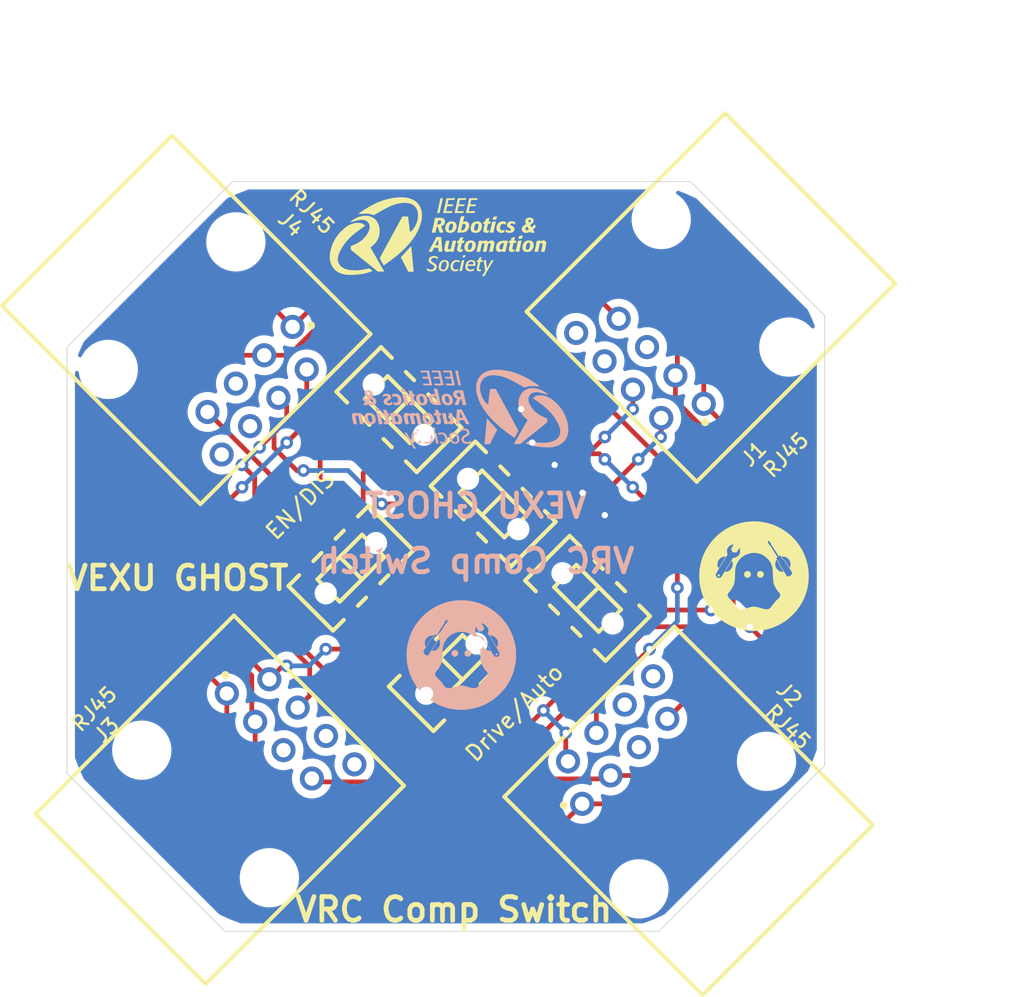
<source format=kicad_pcb>
(kicad_pcb (version 20241229) (generator "pcbnew") (generator_version "9.0")
  (layers (0 "F.Cu" signal "TopLayer") (2 "B.Cu" signal "BottomLayer") (13 "F.Paste" user "TopPasteMaskLayer") (15 "B.Paste" user "BottomPasteMaskLayer") (5 "F.SilkS" user "TopSilkLayer") (7 "B.SilkS" user "BottomSilkLayer") (1 "F.Mask" user "TopSolderMaskLayer") (3 "B.Mask" user "BottomSolderMaskLayer") (25 "Edge.Cuts" user "BoardOutLine"))
  (net 0 "")
  (net 1 "Net-(J1-Pad7)")
  (net 2 "Net-(J1-Pad4)")
  (net 6 "Net-(J1-Pad3)")
  (net 7 "Net-(J1-Pad2)")
  (net 8 "Net-(J1-Pad1)")
  (net 9 "GND")
  (footprint "ghost:SW-SMD_MS-22D28-G020" (layer "F.Cu") (at 168.475457 89.407817 -45)
    (property "Reference" "SW5" (hide yes))
    (property "Value" "Pin1" (hide yes))
    (pad "" np_thru_hole circle (at -2.249901 0 315) (size 0.9 0.9) (drill 0.9) (layers "*.Cu" "*.Mask"))
    (pad "" np_thru_hole circle (at 2.249901 0 315) (size 0.9 0.9) (drill 0.9) (layers "*.Cu" "*.Mask"))
    (pad "1" smd rect (at -2 -3 45) (size 2 0.8) (layers "F.Cu" "F.Mask" "F.Paste"))
    (pad "2" smd rect (at 0 -3 45) (size 2 0.8) (layers "F.Cu" "F.Mask" "F.Paste") (net 9 "GND"))
    (pad "3" smd rect (at 2 -3 45) (size 2 0.8) (layers "F.Cu" "F.Mask" "F.Paste") (net 8 "Net-(J1-Pad1)"))
    (pad "4" smd rect (at -2 3 45) (size 2 0.8) (layers "F.Cu" "F.Mask" "F.Paste"))
    (pad "5" smd rect (at 0 3 45) (size 2 0.8) (layers "F.Cu" "F.Mask" "F.Paste"))
    (pad "6" smd rect (at 2 3 45) (size 2 0.8) (layers "F.Cu" "F.Mask" "F.Paste"))
  )
  (footprint "ghost:SW-SMD_MS-22D28-G020" (layer "F.Cu") (at 153.481894 87.495871 45)
    (property "Reference" "SW2" (hide yes))
    (property "Value" "Enable/Disable" (hide yes))
    (pad "" np_thru_hole circle (at -2.249901 0 45) (size 0.9 0.9) (drill 0.9) (layers "*.Cu" "*.Mask"))
    (pad "" np_thru_hole circle (at 2.249901 0 45) (size 0.9 0.9) (drill 0.9) (layers "*.Cu" "*.Mask"))
    (pad "1" smd rect (at -2 -3 135) (size 2 0.8) (layers "F.Cu" "F.Mask" "F.Paste"))
    (pad "2" smd rect (at 0 -3 135) (size 2 0.8) (layers "F.Cu" "F.Mask" "F.Paste") (net 9 "GND"))
    (pad "3" smd rect (at 2 -3 135) (size 2 0.8) (layers "F.Cu" "F.Mask" "F.Paste") (net 6 "Net-(J1-Pad3)"))
    (pad "4" smd rect (at -2 3 135) (size 2 0.8) (layers "F.Cu" "F.Mask" "F.Paste"))
    (pad "5" smd rect (at 0 3 135) (size 2 0.8) (layers "F.Cu" "F.Mask" "F.Paste"))
    (pad "6" smd rect (at 2 3 135) (size 2 0.8) (layers "F.Cu" "F.Mask" "F.Paste"))
  )
  (footprint "ghost:SW-SMD_MS-22D28-G020" (layer "F.Cu") (at 162.497577 83.429936 -45)
    (property "Reference" "SW4" (hide yes))
    (property "Value" "Pin4" (hide yes))
    (pad "" np_thru_hole circle (at -2.249901 0 315) (size 0.9 0.9) (drill 0.9) (layers "*.Cu" "*.Mask"))
    (pad "" np_thru_hole circle (at 2.249901 0 315) (size 0.9 0.9) (drill 0.9) (layers "*.Cu" "*.Mask"))
    (pad "1" smd rect (at -2 -3 45) (size 2 0.8) (layers "F.Cu" "F.Mask" "F.Paste"))
    (pad "2" smd rect (at 0 -3 45) (size 2 0.8) (layers "F.Cu" "F.Mask" "F.Paste") (net 9 "GND"))
    (pad "3" smd rect (at 2 -3 45) (size 2 0.8) (layers "F.Cu" "F.Mask" "F.Paste") (net 2 "Net-(J1-Pad4)"))
    (pad "4" smd rect (at -2 3 45) (size 2 0.8) (layers "F.Cu" "F.Mask" "F.Paste"))
    (pad "5" smd rect (at 0 3 45) (size 2 0.8) (layers "F.Cu" "F.Mask" "F.Paste"))
    (pad "6" smd rect (at 2 3 45) (size 2 0.8) (layers "F.Cu" "F.Mask" "F.Paste"))
  )
  (footprint "ghost:RJ45-TH_RC0139" (layer "F.Cu") (at 170.381817 98.385244 -135)
    (property "Reference" "J2" (at -10.255472 -4.760907 315) (layer "F.SilkS") (effects (font (size 0.9144 0.9144) (thickness 0.1524)) (justify left top)))
    (property "Value" "RJ45" (at -8.755472 -5.260906 315) (layer "F.SilkS") (effects (font (size 0.9144 0.9144) (thickness 0.1524)) (justify left top)))
    (pad "" np_thru_hole circle (at -5.715 -7.62 225) (size 3.25 3.25) (drill 3.25) (layers "*.Cu" "*.Mask"))
    (pad "" np_thru_hole circle (at 5.715 -7.62 225) (size 3.25 3.25) (drill 3.25) (layers "*.Cu" "*.Mask"))
    (pad "1" thru_hole oval (at 4.4453 -1.27 225) (size 1.524 1.524) (drill 0.9144) (layers "*.Cu" "*.Mask") (net 8 "Net-(J1-Pad1)"))
    (pad "2" thru_hole oval (at 3.1753 1.27 225) (size 1.524 1.524) (drill 0.9144) (layers "*.Cu" "*.Mask") (net 7 "Net-(J1-Pad2)"))
    (pad "3" thru_hole oval (at 1.905 -1.27 225) (size 1.524 1.524) (drill 0.9144) (layers "*.Cu" "*.Mask") (net 6 "Net-(J1-Pad3)"))
    (pad "4" thru_hole oval (at 0.635 1.27 225) (size 1.524 1.524) (drill 0.9144) (layers "*.Cu" "*.Mask") (net 2 "Net-(J1-Pad4)"))
    (pad "5" thru_hole oval (at -0.635 -1.27 225) (size 1.524 1.524) (drill 0.9144) (layers "*.Cu" "*.Mask"))
    (pad "6" thru_hole oval (at -1.905 1.27 225) (size 1.524 1.524) (drill 0.9144) (layers "*.Cu" "*.Mask"))
    (pad "7" thru_hole oval (at -3.1753 -1.27 225) (size 1.524 1.524) (drill 0.9144) (layers "*.Cu" "*.Mask") (net 1 "Net-(J1-Pad7)"))
    (pad "8" thru_hole oval (at -4.4453 1.27 225) (size 1.524 1.524) (drill 0.9144) (layers "*.Cu" "*.Mask"))
  )
  (footprint "ghost:ghost" (layer "F.Cu") (at 179 88)
    (property "Reference" "G***" (hide yes))
    (property "Value" "LOGO" (hide yes))
  )
  (footprint "ghost:RJ45-TH_RC0139" (layer "F.Cu") (at 171.796031 74.838589 -45)
    (property "Reference" "J1" (at 8.390091 -0.383646 45) (layer "F.SilkS") (effects (font (size 0.9144 0.9144) (thickness 0.1524)) (justify left top)))
    (property "Value" "RJ45" (at 9.89009 -0.883646 45) (layer "F.SilkS") (effects (font (size 0.9144 0.9144) (thickness 0.1524)) (justify left top)))
    (pad "" np_thru_hole circle (at -5.715 -7.62 315) (size 3.25 3.25) (drill 3.25) (layers "*.Cu" "*.Mask"))
    (pad "" np_thru_hole circle (at 5.715 -7.62 315) (size 3.25 3.25) (drill 3.25) (layers "*.Cu" "*.Mask"))
    (pad "1" thru_hole oval (at 4.4453 -1.27 315) (size 1.524 1.524) (drill 0.9144) (layers "*.Cu" "*.Mask") (net 8 "Net-(J1-Pad1)"))
    (pad "2" thru_hole oval (at 3.1753 1.27 315) (size 1.524 1.524) (drill 0.9144) (layers "*.Cu" "*.Mask") (net 7 "Net-(J1-Pad2)"))
    (pad "3" thru_hole oval (at 1.905 -1.27 315) (size 1.524 1.524) (drill 0.9144) (layers "*.Cu" "*.Mask") (net 6 "Net-(J1-Pad3)"))
    (pad "4" thru_hole oval (at 0.635 1.27 315) (size 1.524 1.524) (drill 0.9144) (layers "*.Cu" "*.Mask") (net 2 "Net-(J1-Pad4)"))
    (pad "5" thru_hole oval (at -0.635 -1.27 315) (size 1.524 1.524) (drill 0.9144) (layers "*.Cu" "*.Mask"))
    (pad "6" thru_hole oval (at -1.905 1.27 315) (size 1.524 1.524) (drill 0.9144) (layers "*.Cu" "*.Mask"))
    (pad "7" thru_hole oval (at -3.1753 -1.27 315) (size 1.524 1.524) (drill 0.9144) (layers "*.Cu" "*.Mask") (net 1 "Net-(J1-Pad7)"))
    (pad "8" thru_hole oval (at -4.4453 1.27 315) (size 1.524 1.524) (drill 0.9144) (layers "*.Cu" "*.Mask"))
  )
  (footprint "ghost:SW-SMD_MS-22D28-G020" (layer "F.Cu") (at 156.519696 77.452055 -45)
    (property "Reference" "SW3" (hide yes))
    (property "Value" "Pin7" (hide yes))
    (pad "" np_thru_hole circle (at -2.249901 0 315) (size 0.9 0.9) (drill 0.9) (layers "*.Cu" "*.Mask"))
    (pad "" np_thru_hole circle (at 2.249901 0 315) (size 0.9 0.9) (drill 0.9) (layers "*.Cu" "*.Mask"))
    (pad "1" smd rect (at -2 -3 45) (size 2 0.8) (layers "F.Cu" "F.Mask" "F.Paste"))
    (pad "2" smd rect (at 0 -3 45) (size 2 0.8) (layers "F.Cu" "F.Mask" "F.Paste") (net 9 "GND"))
    (pad "3" smd rect (at 2 -3 45) (size 2 0.8) (layers "F.Cu" "F.Mask" "F.Paste") (net 1 "Net-(J1-Pad7)"))
    (pad "4" smd rect (at -2 3 45) (size 2 0.8) (layers "F.Cu" "F.Mask" "F.Paste"))
    (pad "5" smd rect (at 0 3 45) (size 2 0.8) (layers "F.Cu" "F.Mask" "F.Paste"))
    (pad "6" smd rect (at 2 3 45) (size 2 0.8) (layers "F.Cu" "F.Mask" "F.Paste"))
  )
  (footprint "ghost:RJ45-TH_RC0139" (layer "F.Cu") (at 147.542268 76.252802 45)
    (property "Reference" "J4" (at 9.5 -6.85 135) (layer "F.SilkS") (effects (font (size 0.9144 0.9144) (thickness 0.1524)) (justify left top)))
    (property "Value" "RJ45" (at 11 -7.35 135) (layer "F.SilkS") (effects (font (size 0.9144 0.9144) (thickness 0.1524)) (justify left top)))
    (pad "" np_thru_hole circle (at -5.715 -7.62 45) (size 3.25 3.25) (drill 3.25) (layers "*.Cu" "*.Mask"))
    (pad "" np_thru_hole circle (at 5.715 -7.62 45) (size 3.25 3.25) (drill 3.25) (layers "*.Cu" "*.Mask"))
    (pad "1" thru_hole oval (at 4.4453 -1.27 45) (size 1.524 1.524) (drill 0.9144) (layers "*.Cu" "*.Mask") (net 8 "Net-(J1-Pad1)"))
    (pad "2" thru_hole oval (at 3.1753 1.27 45) (size 1.524 1.524) (drill 0.9144) (layers "*.Cu" "*.Mask") (net 7 "Net-(J1-Pad2)"))
    (pad "3" thru_hole oval (at 1.905 -1.27 45) (size 1.524 1.524) (drill 0.9144) (layers "*.Cu" "*.Mask") (net 6 "Net-(J1-Pad3)"))
    (pad "4" thru_hole oval (at 0.635 1.27 45) (size 1.524 1.524) (drill 0.9144) (layers "*.Cu" "*.Mask") (net 2 "Net-(J1-Pad4)"))
    (pad "5" thru_hole oval (at -0.635 -1.27 45) (size 1.524 1.524) (drill 0.9144) (layers "*.Cu" "*.Mask"))
    (pad "6" thru_hole oval (at -1.905 1.27 45) (size 1.524 1.524) (drill 0.9144) (layers "*.Cu" "*.Mask"))
    (pad "7" thru_hole oval (at -3.1753 -1.27 45) (size 1.524 1.524) (drill 0.9144) (layers "*.Cu" "*.Mask") (net 1 "Net-(J1-Pad7)"))
    (pad "8" thru_hole oval (at -4.4453 1.27 45) (size 1.524 1.524) (drill 0.9144) (layers "*.Cu" "*.Mask"))
  )
  (footprint "ghost:SW-SMD_MS-22D28-G020" (layer "F.Cu") (at 159.845856 93.859832 -135)
    (property "Reference" "SW1" (hide yes))
    (property "Value" "Driver/Auton" (hide yes))
    (pad "" np_thru_hole circle (at -2.249901 0 225) (size 0.9 0.9) (drill 0.9) (layers "*.Cu" "*.Mask"))
    (pad "" np_thru_hole circle (at 2.249901 0 225) (size 0.9 0.9) (drill 0.9) (layers "*.Cu" "*.Mask"))
    (pad "1" smd rect (at -2 -3 315) (size 2 0.8) (layers "F.Cu" "F.Mask" "F.Paste"))
    (pad "2" smd rect (at 0 -3 315) (size 2 0.8) (layers "F.Cu" "F.Mask" "F.Paste") (net 9 "GND"))
    (pad "3" smd rect (at 2 -3 315) (size 2 0.8) (layers "F.Cu" "F.Mask" "F.Paste") (net 7 "Net-(J1-Pad2)"))
    (pad "4" smd rect (at -2 3 315) (size 2 0.8) (layers "F.Cu" "F.Mask" "F.Paste"))
    (pad "5" smd rect (at 0 3 315) (size 2 0.8) (layers "F.Cu" "F.Mask" "F.Paste"))
    (pad "6" smd rect (at 2 3 315) (size 2 0.8) (layers "F.Cu" "F.Mask" "F.Paste"))
  )
  (footprint "ghost:RJ45-TH_RC0139" (layer "F.Cu") (at 149.663589 97.678138 135)
    (property "Reference" "J3" (at 8.726919 -9.1821 225) (layer "F.SilkS") (effects (font (size 0.9144 0.9144) (thickness 0.1524)) (justify left top)))
    (property "Value" "RJ45" (at 10.226919 -9.6821 225) (layer "F.SilkS") (effects (font (size 0.9144 0.9144) (thickness 0.1524)) (justify left top)))
    (pad "" np_thru_hole circle (at -5.715 -7.62 135) (size 3.25 3.25) (drill 3.25) (layers "*.Cu" "*.Mask"))
    (pad "" np_thru_hole circle (at 5.715 -7.62 135) (size 3.25 3.25) (drill 3.25) (layers "*.Cu" "*.Mask"))
    (pad "1" thru_hole oval (at 4.4453 -1.27 135) (size 1.524 1.524) (drill 0.9144) (layers "*.Cu" "*.Mask") (net 8 "Net-(J1-Pad1)"))
    (pad "2" thru_hole oval (at 3.1753 1.27 135) (size 1.524 1.524) (drill 0.9144) (layers "*.Cu" "*.Mask") (net 7 "Net-(J1-Pad2)"))
    (pad "3" thru_hole oval (at 1.905 -1.27 135) (size 1.524 1.524) (drill 0.9144) (layers "*.Cu" "*.Mask") (net 6 "Net-(J1-Pad3)"))
    (pad "4" thru_hole oval (at 0.635 1.27 135) (size 1.524 1.524) (drill 0.9144) (layers "*.Cu" "*.Mask") (net 2 "Net-(J1-Pad4)"))
    (pad "5" thru_hole oval (at -0.635 -1.27 135) (size 1.524 1.524) (drill 0.9144) (layers "*.Cu" "*.Mask"))
    (pad "6" thru_hole oval (at -1.905 1.27 135) (size 1.524 1.524) (drill 0.9144) (layers "*.Cu" "*.Mask"))
    (pad "7" thru_hole oval (at -3.1753 -1.27 135) (size 1.524 1.524) (drill 0.9144) (layers "*.Cu" "*.Mask") (net 1 "Net-(J1-Pad7)"))
    (pad "8" thru_hole oval (at -4.4453 1.27 135) (size 1.524 1.524) (drill 0.9144) (layers "*.Cu" "*.Mask"))
  )
  (footprint "ghost:ieee" (layer "F.Cu") (at 159 66.5)
    (property "Reference" "G***" (hide yes))
    (property "Value" "LOGO" (hide yes))
  )
  (footprint "ghost:ieee" (layer "B.Cu") (at 160.402682 77.423017 180)
    (property "Reference" "G***" (hide yes))
    (property "Value" "LOGO" (hide yes))
  )
  (footprint "ghost:ghost" (layer "B.Cu") (at 160.5 93 180)
    (property "Reference" "G***" (hide yes))
    (property "Value" "LOGO" (hide yes))
  )
  (gr_line (start 183.5 71.5) (end 175 63) (stroke (width 0.05)) (layer "Edge.Cuts"))
  (gr_line (start 135.5 73.5) (end 135.5 100.5) (stroke (width 0.05)) (layer "Edge.Cuts"))
  (gr_line (start 145.5 110.5) (end 173 110.5) (stroke (width 0.05)) (layer "Edge.Cuts"))
  (gr_line (start 135.5 100.5) (end 145.5 110.5) (stroke (width 0.05)) (layer "Edge.Cuts"))
  (gr_line (start 173 110.5) (end 183.5 100) (stroke (width 0.05)) (layer "Edge.Cuts"))
  (gr_line (start 183.5 100) (end 183.5 71.5) (stroke (width 0.05)) (layer "Edge.Cuts"))
  (gr_line (start 146 63) (end 135.5 73.5) (stroke (width 0.05)) (layer "Edge.Cuts"))
  (gr_line (start 175 63) (end 146 63) (stroke (width 0.05)) (layer "Edge.Cuts"))
  (gr_text "EN/DIS\n" (at 148.708994 85.90481 45) (layer "F.SilkS") (effects (font (size 1 1)) (justify left bottom)))
  (gr_text "VEXU GHOST" (at 142.5 89 0) (layer "F.SilkS") (effects (font (size 1.5 1.5) (thickness 0.3) (bold yes)) (justify bottom)))
  (gr_text "Drive/Auto\n\n" (at 162.497577 101.107605 45) (layer "F.SilkS") (effects (font (size 1 1)) (justify left bottom)))
  (gr_text "VRC Comp Switch" (at 160 110 0) (layer "F.SilkS") (effects (font (size 1.5 1.5) (thickness 0.3) (bold yes)) (justify bottom)))
  (gr_text "VEXU GHOST" (at 161.402681 84.423017 0) (layer "B.SilkS") (effects (font (size 1.5 1.5) (thickness 0.3) (bold yes)) (justify bottom mirror)))
  (gr_text "VRC Comp Switch" (at 161.402681 87.923018 0) (layer "B.SilkS") (effects (font (size 1.5 1.5) (thickness 0.3) (bold yes)) (justify bottom mirror)))
  (segment (start 177.08716 91.208111) (end 177.08716 84.58449) (width 0.3) (layer "F.Cu") (net 1))
  (segment (start 151.225814 101.036414) (end 151.010839 100.821439) (width 0.3) (layer "F.Cu") (net 1))
  (segment (start 167.800878 75.298208) (end 161.50197 75.298208) (width 0.3) (layer "F.Cu") (net 1))
  (segment (start 169.488034 70.734541) (end 170.44878 71.695287) (width 0.3) (layer "F.Cu") (net 1))
  (segment (start 148.355441 81.556527) (end 148.355441 90.501004) (width 0.3) (layer "F.Cu") (net 1))
  (segment (start 157.547829 99.693392) (end 163.91179 99.693392) (width 0.3) (layer "F.Cu") (net 1))
  (segment (start 161.11589 75.684288) (end 160.05523 76.744948) (width 0.3) (layer "F.Cu") (net 1))
  (segment (start 148.355441 90.501004) (end 157.547829 99.693392) (width 0.3) (layer "F.Cu") (net 1))
  (segment (start 173.525119 97.037994) (end 177.08716 93.475953) (width 0.3) (layer "F.Cu") (net 1))
  (segment (start 177.08716 93.475953) (end 177.08716 91.208111) (width 0.3) (layer "F.Cu") (net 1))
  (segment (start 161.50197 75.298208) (end 161.11589 75.684288) (width 0.3) (layer "F.Cu") (net 1))
  (segment (start 163.91179 99.693392) (end 172.397072 91.208111) (width 0.3) (layer "F.Cu") (net 1))
  (segment (start 172.397072 91.208111) (end 177.08716 91.208111) (width 0.3) (layer "F.Cu") (net 1))
  (segment (start 166.065637 70.734541) (end 169.488034 70.734541) (width 0.3) (layer "F.Cu") (net 1))
  (segment (start 177.08716 84.58449) (end 167.800878 75.298208) (width 0.3) (layer "F.Cu") (net 1))
  (segment (start 156.204807 101.036414) (end 151.225814 101.036414) (width 0.3) (layer "F.Cu") (net 1))
  (segment (start 157.547829 99.693392) (end 156.204807 101.036414) (width 0.3) (layer "F.Cu") (net 1))
  (segment (start 166.065637 70.734541) (end 161.11589 75.684288) (width 0.3) (layer "F.Cu") (net 1))
  (segment (start 144.398966 77.600053) (end 148.355441 81.556527) (width 0.3) (layer "F.Cu") (net 1))
  (segment (start 168.507984 80.247955) (end 166.033111 82.722829) (width 0.3) (layer "F.Cu") (net 2))
  (segment (start 156.840722 83.429936) (end 161.79047 78.480189) (width 0.3) (layer "F.Cu") (net 2))
  (segment (start 174.164839 85.197703) (end 171.336411 82.369276) (width 0.3) (layer "F.Cu") (net 2))
  (segment (start 169.034779 95.984617) (end 172.397072 92.622324) (width 0.3) (layer "F.Cu") (net 2))
  (segment (start 150.112601 96.331099) (end 150.217102 96.226599) (width 0.3) (layer "F.Cu") (net 2))
  (segment (start 147.388675 90.242758) (end 147.388675 81.756063) (width 0.3) (layer "F.Cu") (net 2))
  (segment (start 150.874601 93.728685) (end 147.388675 90.242758) (width 0.3) (layer "F.Cu") (net 2))
  (segment (start 149.416101 77.228609) (end 148.889307 76.701815) (width 0.3) (layer "F.Cu") (net 2))
  (segment (start 171.336411 77.419528) (end 171.347018 77.408922) (width 0.3) (layer "F.Cu") (net 2))
  (segment (start 150.051083 81.308616) (end 150.476761 81.308616) (width 0.3) (layer "F.Cu") (net 2))
  (segment (start 147.701155 79.841581) (end 148.615101 78.927636) (width 0.3) (layer "F.Cu") (net 2))
  (segment (start 150.874601 95.5691) (end 150.874601 93.728685) (width 0.3) (layer "F.Cu") (net 2))
  (segment (start 166.740217 78.480189) (end 168.507984 80.247955) (width 0.3) (layer "F.Cu") (net 2))
  (segment (start 169.034779 97.936232) (end 169.034779 95.984617) (width 0.3) (layer "F.Cu") (net 2))
  (segment (start 147.388675 81.756063) (end 146.587674 80.955062) (width 0.3) (layer "F.Cu") (net 2))
  (segment (start 174.164839 88.733237) (end 174.164839 85.197703) (width 0.3) (layer "F.Cu") (net 2))
  (segment (start 169.568644 79.187295) (end 168.507984 80.247955) (width 0.3) (layer "F.Cu") (net 2))
  (segment (start 171.347018 77.408922) (end 171.347018 76.185627) (width 0.3) (layer "F.Cu") (net 2))
  (segment (start 148.615101 78.927636) (end 148.615101 79.872633) (width 0.3) (layer "F.Cu") (net 2))
  (segment (start 149.416101 78.126635) (end 149.416101 77.228609) (width 0.3) (layer "F.Cu") (net 2))
  (segment (start 169.568644 80.601509) (end 169.215091 80.247955) (width 0.3) (layer "F.Cu") (net 2))
  (segment (start 161.79047 78.480189) (end 166.740217 78.480189) (width 0.3) (layer "F.Cu") (net 2))
  (segment (start 169.215091 80.247955) (end 168.507984 80.247955) (width 0.3) (layer "F.Cu") (net 2))
  (segment (start 155.426509 83.429936) (end 156.840722 83.429936) (width 0.3) (layer "F.Cu") (net 2))
  (segment (start 149.416101 78.126635) (end 148.615101 78.927636) (width 0.3) (layer "F.Cu") (net 2))
  (segment (start 148.615101 79.872633) (end 150.051083 81.308616) (width 0.3) (layer "F.Cu") (net 2))
  (segment (start 150.112601 96.331099) (end 150.874601 95.5691) (width 0.3) (layer "F.Cu") (net 2))
  (via (at 172.397072 92.622324) (size 0.8) (drill 0.4) (layers "F.Cu" "B.Cu") (net 2))
  (via (at 169.568644 80.601509) (size 0.8) (drill 0.4) (layers "F.Cu" "B.Cu") (net 2))
  (via (at 169.568644 79.187295) (size 0.8) (drill 0.4) (layers "F.Cu" "B.Cu") (net 2))
  (via (at 155.426509 83.429936) (size 0.8) (drill 0.4) (layers "F.Cu" "B.Cu") (net 2))
  (via (at 174.164839 88.733237) (size 0.8) (drill 0.4) (layers "F.Cu" "B.Cu") (net 2))
  (via (at 147.701155 79.841581) (size 0.8) (drill 0.4) (layers "F.Cu" "B.Cu") (net 2))
  (via (at 171.336411 77.419528) (size 0.8) (drill 0.4) (layers "F.Cu" "B.Cu") (net 2))
  (via (at 146.587674 80.955062) (size 0.8) (drill 0.4) (layers "F.Cu" "B.Cu") (net 2))
  (via (at 150.476761 81.308616) (size 0.8) (drill 0.4) (layers "F.Cu" "B.Cu") (net 2))
  (via (at 171.336411 82.369276) (size 0.8) (drill 0.4) (layers "F.Cu" "B.Cu") (net 2))
  (segment (start 146.587674 80.955062) (end 147.701155 79.841581) (width 0.3) (layer "B.Cu") (net 2))
  (segment (start 174.164839 90.854557) (end 174.164839 88.733237) (width 0.3) (layer "B.Cu") (net 2))
  (segment (start 153.305189 81.308616) (end 155.426509 83.429936) (width 0.3) (layer "B.Cu") (net 2))
  (segment (start 171.336411 82.369276) (end 169.568644 80.601509) (width 0.3) (layer "B.Cu") (net 2))
  (segment (start 171.336411 77.419528) (end 169.568644 79.187295) (width 0.3) (layer "B.Cu") (net 2))
  (segment (start 150.476761 81.308616) (end 153.305189 81.308616) (width 0.3) (layer "B.Cu") (net 2))
  (segment (start 172.397072 92.622324) (end 174.164839 90.854557) (width 0.3) (layer "B.Cu") (net 2))
  (segment (start 158.608489 69.641354) (end 151.537422 76.712422) (width 0.3) (layer "F.Cu") (net 6))
  (segment (start 160.022703 104.289586) (end 150.123208 104.289586) (width 0.3) (layer "F.Cu") (net 6))
  (segment (start 147.418525 101.584903) (end 147.418525 97.229125) (width 0.3) (layer "F.Cu") (net 6))
  (segment (start 145.756824 74.007738) (end 147.991281 74.007738) (width 0.3) (layer "F.Cu") (net 6))
  (segment (start 158.608489 67.873587) (end 158.608489 69.641354) (width 0.3) (layer "F.Cu") (net 6))
  (segment (start 174.164839 72.469781) (end 174.164839 75.163858) (width 0.3) (layer "F.Cu") (net 6))
  (segment (start 149.565301 74.007738) (end 147.991281 74.007738) (width 0.3) (layer "F.Cu") (net 6))
  (segment (start 139.87016 86.96547) (end 139.87016 79.894402) (width 0.3) (layer "F.Cu") (net 6))
  (segment (start 158.608489 67.873587) (end 169.568644 67.873587) (width 0.3) (layer "F.Cu") (net 6))
  (segment (start 155.699452 67.873587) (end 149.565301 74.007738) (width 0.3) (layer "F.Cu") (net 6))
  (segment (start 147.418525 97.229125) (end 147.203338 97.013938) (width 0.3) (layer "F.Cu") (net 6))
  (segment (start 150.123208 104.289586) (end 147.418525 101.584903) (width 0.3) (layer "F.Cu") (net 6))
  (segment (start 147.203338 97.013938) (end 147.203338 94.298648) (width 0.3) (layer "F.Cu") (net 6))
  (segment (start 169.932804 100.630308) (end 169.717618 100.845495) (width 0.3) (layer "F.Cu") (net 6))
  (segment (start 172.874369 100.630308) (end 169.932804 100.630308) (width 0.3) (layer "F.Cu") (net 6))
  (segment (start 177.700372 80.520899) (end 174.041095 76.861621) (width 0.3) (layer "F.Cu") (net 6))
  (segment (start 174.164839 75.163858) (end 174.041095 75.287601) (width 0.3) (layer "F.Cu") (net 6))
  (segment (start 163.466794 100.845495) (end 160.022703 104.289586) (width 0.3) (layer "F.Cu") (net 6))
  (segment (start 174.041095 76.861621) (end 174.041095 75.287601) (width 0.3) (layer "F.Cu") (net 6))
  (segment (start 147.203338 94.298648) (end 139.87016 86.96547) (width 0.3) (layer "F.Cu") (net 6))
  (segment (start 177.700372 95.804305) (end 172.874369 100.630308) (width 0.3) (layer "F.Cu") (net 6))
  (segment (start 151.537422 76.712422) (end 151.537422 82.722971) (width 0.3) (layer "F.Cu") (net 6))
  (segment (start 158.608489 67.873587) (end 155.699452 67.873587) (width 0.3) (layer "F.Cu") (net 6))
  (segment (start 151.537422 82.722971) (end 152.774788 83.960337) (width 0.3) (layer "F.Cu") (net 6))
  (segment (start 169.717618 100.845495) (end 163.466794 100.845495) (width 0.3) (layer "F.Cu") (net 6))
  (segment (start 169.568644 67.873587) (end 174.164839 72.469781) (width 0.3) (layer "F.Cu") (net 6))
  (segment (start 177.700372 95.804305) (end 177.700372 80.520899) (width 0.3) (layer "F.Cu") (net 6))
  (segment (start 139.87016 79.894402) (end 145.756824 74.007738) (width 0.3) (layer "F.Cu") (net 6))
  (segment (start 166.386664 94.390091) (end 163.558237 91.561664) (width 0.3) (layer "F.Cu") (net 7))
  (segment (start 149.16819 93.682984) (end 149.416101 93.682984) (width 0.3) (layer "F.Cu") (net 7))
  (segment (start 148.316338 94.534836) (end 144.819907 91.038405) (width 0.3) (layer "F.Cu") (net 7))
  (segment (start 164.265344 97.925625) (end 165.679557 96.511411) (width 0.3) (layer "F.Cu") (net 7))
  (segment (start 167.093771 99.58775) (end 167.093771 97.925625) (width 0.3) (layer "F.Cu") (net 7))
  (segment (start 150.68557 78.27138) (end 150.68557 74.905552) (width 0.3) (layer "F.Cu") (net 7))
  (segment (start 167.238515 99.732495) (end 167.093771 99.58775) (width 0.3) (layer "F.Cu") (net 7))
  (segment (start 163.558237 88.733237) (end 171.689965 80.601509) (width 0.3) (layer "F.Cu") (net 7))
  (segment (start 160.552962 97.395366) (end 161.083222 97.925625) (width 0.3) (layer "F.Cu") (net 7))
  (segment (start 144.819907 91.038405) (end 144.819907 84.137043) (width 0.3) (layer "F.Cu") (net 7))
  (segment (start 152.951635 92.622324) (end 158.254936 97.925625) (width 0.3) (layer "F.Cu") (net 7))
  (segment (start 161.083222 97.925625) (end 164.265344 97.925625) (width 0.3) (layer "F.Cu") (net 7))
  (segment (start 163.558237 91.561664) (end 163.558237 88.733237) (width 0.3) (layer "F.Cu") (net 7))
  (segment (start 144.819907 84.137043) (end 146.587674 82.369276) (width 0.3) (layer "F.Cu") (net 7))
  (segment (start 160.552962 97.395366) (end 160.022703 97.925625) (width 0.3) (layer "F.Cu") (net 7))
  (segment (start 166.386664 95.804305) (end 166.386664 94.390091) (width 0.3) (layer "F.Cu") (net 7))
  (segment (start 160.022703 97.925625) (end 158.254936 97.925625) (width 0.3) (layer "F.Cu") (net 7))
  (segment (start 173.143281 79.148192) (end 173.143281 77.98189) (width 0.3) (layer "F.Cu") (net 7))
  (segment (start 149.416101 79.540849) (end 150.68557 78.27138) (width 0.3) (layer "F.Cu") (net 7))
  (segment (start 151.890975 92.622324) (end 152.951635 92.622324) (width 0.3) (layer "F.Cu") (net 7))
  (segment (start 148.316338 94.534836) (end 149.16819 93.682984) (width 0.3) (layer "F.Cu") (net 7))
  (segment (start 173.104178 79.187295) (end 173.143281 79.148192) (width 0.3) (layer "F.Cu") (net 7))
  (segment (start 165.679557 96.511411) (end 166.386664 95.804305) (width 0.3) (layer "F.Cu") (net 7))
  (via (at 173.104178 79.187295) (size 0.8) (drill 0.4) (layers "F.Cu" "B.Cu") (net 7))
  (via (at 151.890975 92.622324) (size 0.8) (drill 0.4) (layers "F.Cu" "B.Cu") (net 7))
  (via (at 165.679557 96.511411) (size 0.8) (drill 0.4) (layers "F.Cu" "B.Cu") (net 7))
  (via (at 167.093771 97.925625) (size 0.8) (drill 0.4) (layers "F.Cu" "B.Cu") (net 7))
  (via (at 171.689965 80.601509) (size 0.8) (drill 0.4) (layers "F.Cu" "B.Cu") (net 7))
  (via (at 149.416101 79.540849) (size 0.8) (drill 0.4) (layers "F.Cu" "B.Cu") (net 7))
  (via (at 149.416101 93.682984) (size 0.8) (drill 0.4) (layers "F.Cu" "B.Cu") (net 7))
  (via (at 146.587674 82.369276) (size 0.8) (drill 0.4) (layers "F.Cu" "B.Cu") (net 7))
  (segment (start 148.708994 80.247955) (end 149.416101 79.540849) (width 0.3) (layer "B.Cu") (net 7))
  (segment (start 149.416101 93.682984) (end 150.830315 93.682984) (width 0.3) (layer "B.Cu") (net 7))
  (segment (start 146.587674 82.369276) (end 148.708994 80.247955) (width 0.3) (layer "B.Cu") (net 7))
  (segment (start 173.104178 79.187295) (end 171.689965 80.601509) (width 0.3) (layer "B.Cu") (net 7))
  (segment (start 151.890975 92.622324) (end 150.830315 93.682984) (width 0.3) (layer "B.Cu") (net 7))
  (segment (start 165.679557 96.511411) (end 167.093771 97.925625) (width 0.3) (layer "B.Cu") (net 7))
  (segment (start 145.622261 95.432861) (end 138 87.8106) (width 0.3) (layer "F.Cu") (net 8))
  (segment (start 138 87.8106) (end 138 78.936135) (width 0.3) (layer "F.Cu") (net 8))
  (segment (start 176.286159 90.14745) (end 173.457732 90.14745) (width 0.3) (layer "F.Cu") (net 8))
  (segment (start 175.837358 71.313873) (end 175.837358 77.083865) (width 0.3) (layer "F.Cu") (net 8))
  (segment (start 148.278084 70.702014) (end 149.787544 72.211475) (width 0.3) (layer "F.Cu") (net 8))
  (segment (start 138 78.936135) (end 146.234121 70.702014) (width 0.3) (layer "F.Cu") (net 8))
  (segment (start 181.58946 82.722829) (end 181.58946 94.036538) (width 0.3) (layer "F.Cu") (net 8))
  (segment (start 149.787544 72.211475) (end 156.999019 65) (width 0.3) (layer "F.Cu") (net 8))
  (segment (start 163.4451 107.118013) (end 151.537422 107.118013) (width 0.3) (layer "F.Cu") (net 8))
  (segment (start 175.837358 77.083865) (end 181.476323 82.722829) (width 0.3) (layer "F.Cu") (net 8))
  (segment (start 151.537422 107.118013) (end 145.622261 101.202853) (width 0.3) (layer "F.Cu") (net 8))
  (segment (start 146.234121 70.702014) (end 148.278084 70.702014) (width 0.3) (layer "F.Cu") (net 8))
  (segment (start 181.58946 94.036538) (end 178.761033 91.208111) (width 0.3) (layer "F.Cu") (net 8))
  (segment (start 169.523485 65) (end 175.837358 71.313873) (width 0.3) (layer "F.Cu") (net 8))
  (segment (start 173.457732 90.14745) (end 172.010991 88.70071) (width 0.3) (layer "F.Cu") (net 8))
  (segment (start 145.622261 101.202853) (end 145.622261 95.432861) (width 0.3) (layer "F.Cu") (net 8))
  (segment (start 173.199426 102.426572) (end 168.136541 102.426572) (width 0.3) (layer "F.Cu") (net 8))
  (segment (start 181.476323 82.722829) (end 181.58946 82.722829) (width 0.3) (layer "F.Cu") (net 8))
  (segment (start 156.999019 65) (end 169.523485 65) (width 0.3) (layer "F.Cu") (net 8))
  (segment (start 168.136541 102.426572) (end 163.4451 107.118013) (width 0.3) (layer "F.Cu") (net 8))
  (segment (start 181.58946 94.036538) (end 173.199426 102.426572) (width 0.3) (layer "F.Cu") (net 8))
  (via (at 178.761033 91.208111) (size 0.8) (drill 0.4) (layers "F.Cu" "B.Cu") (net 8))
  (via (at 176.286159 90.14745) (size 0.8) (drill 0.4) (layers "F.Cu" "B.Cu") (net 8))
  (segment (start 178.761033 91.208111) (end 177.700372 90.14745) (width 0.3) (layer "B.Cu") (net 8))
  (segment (start 177.700372 90.14745) (end 176.286159 90.14745) (width 0.3) (layer "B.Cu") (net 8))
  (segment (start 160.442724 77.419528) (end 159.630966 78.231287) (width 0.3) (layer "F.Cu") (net 9))
  (segment (start 153.271177 85.37455) (end 151.360574 85.37455) (width 0.3) (layer "F.Cu") (net 9))
  (segment (start 163.057238 87.820023) (end 168.154431 82.722829) (width 0.3) (layer "F.Cu") (net 9))
  (segment (start 158.109979 77.628125) (end 154.261126 81.476978) (width 0.3) (layer "F.Cu") (net 9))
  (segment (start 154.261126 83.783489) (end 154.261126 84.384601) (width 0.3) (layer "F.Cu") (net 9))
  (segment (start 158.641016 75.330735) (end 158.641016 77.097088) (width 0.3) (layer "F.Cu") (net 9))
  (segment (start 164.97245 80.955062) (end 164.97245 79.540849) (width 0.3) (layer "F.Cu") (net 9))
  (segment (start 158.641016 77.097088) (end 158.109979 77.628125) (width 0.3) (layer "F.Cu") (net 9))
  (segment (start 163.057238 92.76977) (end 163.057238 88.733237) (width 0.3) (layer "F.Cu") (net 9))
  (segment (start 164.618897 81.308616) (end 164.97245 80.955062) (width 0.3) (layer "F.Cu") (net 9))
  (segment (start 164.265344 77.419528) (end 160.442724 77.419528) (width 0.3) (layer "F.Cu") (net 9))
  (segment (start 161.967176 93.859832) (end 163.057238 92.76977) (width 0.3) (layer "F.Cu") (net 9))
  (segment (start 166.386664 80.955062) (end 164.97245 79.540849) (width 0.3) (layer "F.Cu") (net 9))
  (segment (start 154.261126 83.783489) (end 159.210874 88.733237) (width 0.3) (layer "F.Cu") (net 9))
  (segment (start 170.596778 87.286496) (end 170.596778 85.165176) (width 0.3) (layer "F.Cu") (net 9))
  (segment (start 154.261126 81.476978) (end 154.261126 83.783489) (width 0.3) (layer "F.Cu") (net 9))
  (segment (start 161.967176 95.981152) (end 161.967176 93.859832) (width 0.3) (layer "F.Cu") (net 9))
  (segment (start 170.596778 85.165176) (end 169.568644 84.137043) (width 0.3) (layer "F.Cu") (net 9))
  (segment (start 163.057238 88.733237) (end 163.057238 87.820023) (width 0.3) (layer "F.Cu") (net 9))
  (segment (start 159.210874 88.733237) (end 163.057238 88.733237) (width 0.3) (layer "F.Cu") (net 9))
  (segment (start 159.630966 78.231287) (end 158.713141 78.231287) (width 0.3) (layer "F.Cu") (net 9))
  (segment (start 154.261126 84.384601) (end 153.271177 85.37455) (width 0.3) (layer "F.Cu") (net 9))
  (segment (start 158.713141 78.231287) (end 158.109979 77.628125) (width 0.3) (layer "F.Cu") (net 9))
  (via (at 164.97245 79.540849) (size 0.8) (drill 0.4) (layers "F.Cu" "B.Cu") (net 9))
  (via (at 166.386664 80.955062) (size 0.8) (drill 0.4) (layers "F.Cu" "B.Cu") (net 9))
  (via (at 164.265344 77.419528) (size 0.8) (drill 0.4) (layers "F.Cu" "B.Cu") (net 9))
  (via (at 169.568644 84.137043) (size 0.8) (drill 0.4) (layers "F.Cu" "B.Cu") (net 9))
  (via (at 168.154431 82.722829) (size 0.8) (drill 0.4) (layers "F.Cu" "B.Cu") (net 9))
  (segment (start 164.97245 78.126635) (end 164.265344 77.419528) (width 0.3) (layer "B.Cu") (net 9))
  (segment (start 168.154431 82.722829) (end 166.386664 80.955062) (width 0.3) (layer "B.Cu") (net 9))
  (segment (start 169.568644 84.137043) (end 168.154431 82.722829) (width 0.3) (layer "B.Cu") (net 9))
  (segment (start 164.97245 79.540849) (end 164.97245 78.126635) (width 0.3) (layer "B.Cu") (net 9))
  (zone (net 9) (net_name "GND") (layer "B.Cu") (connect_pads (clearance 0.5)) (min_thickness 0.25) (fill yes (thermal_gap 0.5) (thermal_bridge_width 0.5) (smoothing fillet) (radius 10))
    (polygon (pts (xy 132.946145 60) (xy 189.446145 60.000001) (xy 189.446144 113.5) (xy 132.946145 113.5)))
  )
)
</source>
